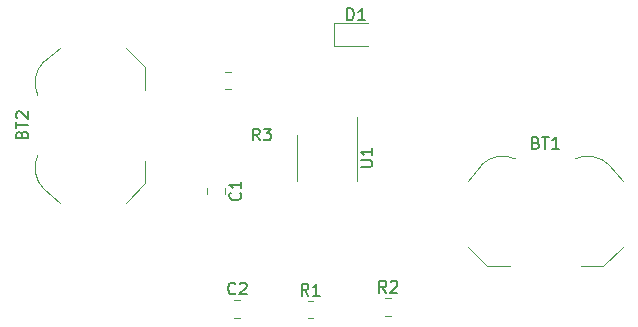
<source format=gbr>
%TF.GenerationSoftware,KiCad,Pcbnew,(6.0.1)*%
%TF.CreationDate,2022-02-07T09:53:41-08:00*%
%TF.ProjectId,kicad intro project,6b696361-6420-4696-9e74-726f2070726f,rev?*%
%TF.SameCoordinates,Original*%
%TF.FileFunction,Legend,Top*%
%TF.FilePolarity,Positive*%
%FSLAX46Y46*%
G04 Gerber Fmt 4.6, Leading zero omitted, Abs format (unit mm)*
G04 Created by KiCad (PCBNEW (6.0.1)) date 2022-02-07 09:53:41*
%MOMM*%
%LPD*%
G01*
G04 APERTURE LIST*
%ADD10C,0.150000*%
%ADD11C,0.120000*%
G04 APERTURE END LIST*
D10*
%TO.C,R3*%
X139353333Y-98527380D02*
X139020000Y-98051190D01*
X138781904Y-98527380D02*
X138781904Y-97527380D01*
X139162857Y-97527380D01*
X139258095Y-97575000D01*
X139305714Y-97622619D01*
X139353333Y-97717857D01*
X139353333Y-97860714D01*
X139305714Y-97955952D01*
X139258095Y-98003571D01*
X139162857Y-98051190D01*
X138781904Y-98051190D01*
X139686666Y-97527380D02*
X140305714Y-97527380D01*
X139972380Y-97908333D01*
X140115238Y-97908333D01*
X140210476Y-97955952D01*
X140258095Y-98003571D01*
X140305714Y-98098809D01*
X140305714Y-98336904D01*
X140258095Y-98432142D01*
X140210476Y-98479761D01*
X140115238Y-98527380D01*
X139829523Y-98527380D01*
X139734285Y-98479761D01*
X139686666Y-98432142D01*
%TO.C,D1*%
X146761904Y-88352380D02*
X146761904Y-87352380D01*
X147000000Y-87352380D01*
X147142857Y-87400000D01*
X147238095Y-87495238D01*
X147285714Y-87590476D01*
X147333333Y-87780952D01*
X147333333Y-87923809D01*
X147285714Y-88114285D01*
X147238095Y-88209523D01*
X147142857Y-88304761D01*
X147000000Y-88352380D01*
X146761904Y-88352380D01*
X148285714Y-88352380D02*
X147714285Y-88352380D01*
X148000000Y-88352380D02*
X148000000Y-87352380D01*
X147904761Y-87495238D01*
X147809523Y-87590476D01*
X147714285Y-87638095D01*
%TO.C,U1*%
X147902380Y-100786904D02*
X148711904Y-100786904D01*
X148807142Y-100739285D01*
X148854761Y-100691666D01*
X148902380Y-100596428D01*
X148902380Y-100405952D01*
X148854761Y-100310714D01*
X148807142Y-100263095D01*
X148711904Y-100215476D01*
X147902380Y-100215476D01*
X148902380Y-99215476D02*
X148902380Y-99786904D01*
X148902380Y-99501190D02*
X147902380Y-99501190D01*
X148045238Y-99596428D01*
X148140476Y-99691666D01*
X148188095Y-99786904D01*
%TO.C,BT1*%
X162739285Y-98728571D02*
X162882142Y-98776190D01*
X162929761Y-98823809D01*
X162977380Y-98919047D01*
X162977380Y-99061904D01*
X162929761Y-99157142D01*
X162882142Y-99204761D01*
X162786904Y-99252380D01*
X162405952Y-99252380D01*
X162405952Y-98252380D01*
X162739285Y-98252380D01*
X162834523Y-98300000D01*
X162882142Y-98347619D01*
X162929761Y-98442857D01*
X162929761Y-98538095D01*
X162882142Y-98633333D01*
X162834523Y-98680952D01*
X162739285Y-98728571D01*
X162405952Y-98728571D01*
X163263095Y-98252380D02*
X163834523Y-98252380D01*
X163548809Y-99252380D02*
X163548809Y-98252380D01*
X164691666Y-99252380D02*
X164120238Y-99252380D01*
X164405952Y-99252380D02*
X164405952Y-98252380D01*
X164310714Y-98395238D01*
X164215476Y-98490476D01*
X164120238Y-98538095D01*
%TO.C,R1*%
X143483333Y-111677380D02*
X143150000Y-111201190D01*
X142911904Y-111677380D02*
X142911904Y-110677380D01*
X143292857Y-110677380D01*
X143388095Y-110725000D01*
X143435714Y-110772619D01*
X143483333Y-110867857D01*
X143483333Y-111010714D01*
X143435714Y-111105952D01*
X143388095Y-111153571D01*
X143292857Y-111201190D01*
X142911904Y-111201190D01*
X144435714Y-111677380D02*
X143864285Y-111677380D01*
X144150000Y-111677380D02*
X144150000Y-110677380D01*
X144054761Y-110820238D01*
X143959523Y-110915476D01*
X143864285Y-110963095D01*
%TO.C,C1*%
X137694642Y-102966666D02*
X137742261Y-103014285D01*
X137789880Y-103157142D01*
X137789880Y-103252380D01*
X137742261Y-103395238D01*
X137647023Y-103490476D01*
X137551785Y-103538095D01*
X137361309Y-103585714D01*
X137218452Y-103585714D01*
X137027976Y-103538095D01*
X136932738Y-103490476D01*
X136837500Y-103395238D01*
X136789880Y-103252380D01*
X136789880Y-103157142D01*
X136837500Y-103014285D01*
X136885119Y-102966666D01*
X137789880Y-102014285D02*
X137789880Y-102585714D01*
X137789880Y-102300000D02*
X136789880Y-102300000D01*
X136932738Y-102395238D01*
X137027976Y-102490476D01*
X137075595Y-102585714D01*
%TO.C,R2*%
X150058333Y-111427380D02*
X149725000Y-110951190D01*
X149486904Y-111427380D02*
X149486904Y-110427380D01*
X149867857Y-110427380D01*
X149963095Y-110475000D01*
X150010714Y-110522619D01*
X150058333Y-110617857D01*
X150058333Y-110760714D01*
X150010714Y-110855952D01*
X149963095Y-110903571D01*
X149867857Y-110951190D01*
X149486904Y-110951190D01*
X150439285Y-110522619D02*
X150486904Y-110475000D01*
X150582142Y-110427380D01*
X150820238Y-110427380D01*
X150915476Y-110475000D01*
X150963095Y-110522619D01*
X151010714Y-110617857D01*
X151010714Y-110713095D01*
X150963095Y-110855952D01*
X150391666Y-111427380D01*
X151010714Y-111427380D01*
%TO.C,C2*%
X137290833Y-111477142D02*
X137243214Y-111524761D01*
X137100357Y-111572380D01*
X137005119Y-111572380D01*
X136862261Y-111524761D01*
X136767023Y-111429523D01*
X136719404Y-111334285D01*
X136671785Y-111143809D01*
X136671785Y-111000952D01*
X136719404Y-110810476D01*
X136767023Y-110715238D01*
X136862261Y-110620000D01*
X137005119Y-110572380D01*
X137100357Y-110572380D01*
X137243214Y-110620000D01*
X137290833Y-110667619D01*
X137671785Y-110667619D02*
X137719404Y-110620000D01*
X137814642Y-110572380D01*
X138052738Y-110572380D01*
X138147976Y-110620000D01*
X138195595Y-110667619D01*
X138243214Y-110762857D01*
X138243214Y-110858095D01*
X138195595Y-111000952D01*
X137624166Y-111572380D01*
X138243214Y-111572380D01*
%TO.C,BT2*%
X119203571Y-98035714D02*
X119251190Y-97892857D01*
X119298809Y-97845238D01*
X119394047Y-97797619D01*
X119536904Y-97797619D01*
X119632142Y-97845238D01*
X119679761Y-97892857D01*
X119727380Y-97988095D01*
X119727380Y-98369047D01*
X118727380Y-98369047D01*
X118727380Y-98035714D01*
X118775000Y-97940476D01*
X118822619Y-97892857D01*
X118917857Y-97845238D01*
X119013095Y-97845238D01*
X119108333Y-97892857D01*
X119155952Y-97940476D01*
X119203571Y-98035714D01*
X119203571Y-98369047D01*
X118727380Y-97511904D02*
X118727380Y-96940476D01*
X119727380Y-97226190D02*
X118727380Y-97226190D01*
X118822619Y-96654761D02*
X118775000Y-96607142D01*
X118727380Y-96511904D01*
X118727380Y-96273809D01*
X118775000Y-96178571D01*
X118822619Y-96130952D01*
X118917857Y-96083333D01*
X119013095Y-96083333D01*
X119155952Y-96130952D01*
X119727380Y-96702380D01*
X119727380Y-96083333D01*
D11*
%TO.C,R3*%
X136902064Y-92715000D02*
X136447936Y-92715000D01*
X136902064Y-94185000D02*
X136447936Y-94185000D01*
%TO.C,D1*%
X148500000Y-88590000D02*
X145640000Y-88590000D01*
X145640000Y-88590000D02*
X145640000Y-90510000D01*
X145640000Y-90510000D02*
X148500000Y-90510000D01*
%TO.C,U1*%
X147610000Y-100025000D02*
X147610000Y-101975000D01*
X142490000Y-100025000D02*
X142490000Y-101975000D01*
X142490000Y-100025000D02*
X142490000Y-98075000D01*
X147610000Y-100025000D02*
X147610000Y-96575000D01*
%TO.C,BT1*%
X170075000Y-107550000D02*
X168425000Y-109200000D01*
X156975000Y-101950000D02*
X158125000Y-100600000D01*
X170075000Y-101950000D02*
X168925000Y-100600000D01*
X168425000Y-109200000D02*
X166525000Y-109200000D01*
X158625000Y-109200000D02*
X156975000Y-107550000D01*
X158625000Y-109200000D02*
X160525000Y-109200000D01*
X168925000Y-100600000D02*
G75*
G03*
X166029098Y-100102393I-1800000J-1800000D01*
G01*
X161023306Y-100103541D02*
G75*
G03*
X158125000Y-100600000I-1098306J-2296461D01*
G01*
%TO.C,R1*%
X143422936Y-113610000D02*
X143877064Y-113610000D01*
X143422936Y-112140000D02*
X143877064Y-112140000D01*
%TO.C,C1*%
X134922500Y-102538748D02*
X134922500Y-103061252D01*
X136392500Y-102538748D02*
X136392500Y-103061252D01*
%TO.C,R2*%
X149997936Y-113360000D02*
X150452064Y-113360000D01*
X149997936Y-111890000D02*
X150452064Y-111890000D01*
%TO.C,C2*%
X137196248Y-113535000D02*
X137718752Y-113535000D01*
X137196248Y-112065000D02*
X137718752Y-112065000D01*
%TO.C,BT2*%
X122425000Y-90700000D02*
X121075000Y-91850000D01*
X129675000Y-102150000D02*
X128025000Y-103800000D01*
X122425000Y-103800000D02*
X121075000Y-102650000D01*
X128025000Y-90700000D02*
X129675000Y-92350000D01*
X129675000Y-102150000D02*
X129675000Y-100250000D01*
X129675000Y-92350000D02*
X129675000Y-94250000D01*
X121075000Y-91850000D02*
G75*
G03*
X120577393Y-94745902I1800000J-1800000D01*
G01*
X120578541Y-99751694D02*
G75*
G03*
X121075000Y-102650000I2296461J-1098306D01*
G01*
%TD*%
M02*

</source>
